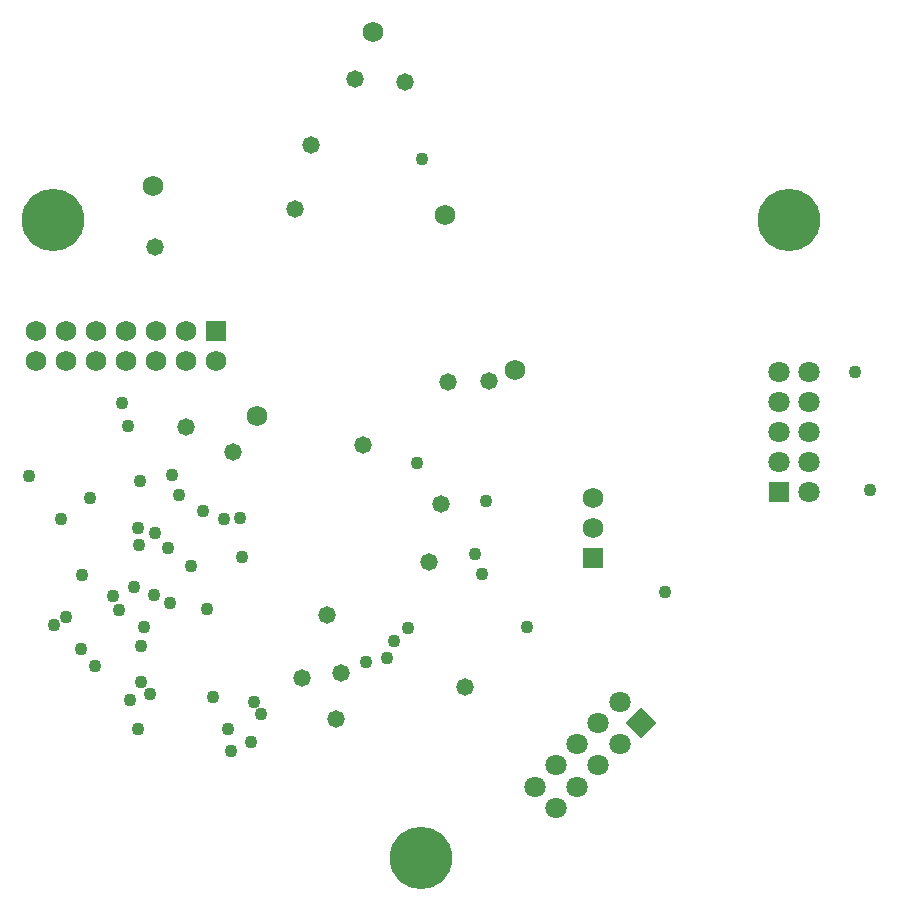
<source format=gbs>
%FSLAX25Y25*%
%MOIN*%
G70*
G01*
G75*
G04 Layer_Color=16711935*
G04:AMPARAMS|DCode=10|XSize=11.81mil|YSize=70.87mil|CornerRadius=0mil|HoleSize=0mil|Usage=FLASHONLY|Rotation=225.000|XOffset=0mil|YOffset=0mil|HoleType=Round|Shape=Round|*
%AMOVALD10*
21,1,0.05906,0.01181,0.00000,0.00000,315.0*
1,1,0.01181,-0.02088,0.02088*
1,1,0.01181,0.02088,-0.02088*
%
%ADD10OVALD10*%

G04:AMPARAMS|DCode=11|XSize=11.81mil|YSize=70.87mil|CornerRadius=0mil|HoleSize=0mil|Usage=FLASHONLY|Rotation=135.000|XOffset=0mil|YOffset=0mil|HoleType=Round|Shape=Round|*
%AMOVALD11*
21,1,0.05906,0.01181,0.00000,0.00000,225.0*
1,1,0.01181,0.02088,0.02088*
1,1,0.01181,-0.02088,-0.02088*
%
%ADD11OVALD11*%

G04:AMPARAMS|DCode=12|XSize=47.24mil|YSize=59.06mil|CornerRadius=11.81mil|HoleSize=0mil|Usage=FLASHONLY|Rotation=270.000|XOffset=0mil|YOffset=0mil|HoleType=Round|Shape=RoundedRectangle|*
%AMROUNDEDRECTD12*
21,1,0.04724,0.03543,0,0,270.0*
21,1,0.02362,0.05906,0,0,270.0*
1,1,0.02362,-0.01772,-0.01181*
1,1,0.02362,-0.01772,0.01181*
1,1,0.02362,0.01772,0.01181*
1,1,0.02362,0.01772,-0.01181*
%
%ADD12ROUNDEDRECTD12*%
G04:AMPARAMS|DCode=13|XSize=47.24mil|YSize=59.06mil|CornerRadius=11.81mil|HoleSize=0mil|Usage=FLASHONLY|Rotation=180.000|XOffset=0mil|YOffset=0mil|HoleType=Round|Shape=RoundedRectangle|*
%AMROUNDEDRECTD13*
21,1,0.04724,0.03543,0,0,180.0*
21,1,0.02362,0.05906,0,0,180.0*
1,1,0.02362,-0.01181,0.01772*
1,1,0.02362,0.01181,0.01772*
1,1,0.02362,0.01181,-0.01772*
1,1,0.02362,-0.01181,-0.01772*
%
%ADD13ROUNDEDRECTD13*%
%ADD14O,0.08661X0.02362*%
%ADD15R,0.03740X0.03543*%
%ADD16R,0.03740X0.03543*%
%ADD17R,0.06299X0.03937*%
%ADD18R,0.03543X0.03740*%
%ADD19R,0.03543X0.03740*%
%ADD20R,0.02362X0.05118*%
%ADD21R,0.10236X0.09449*%
%ADD22R,0.09449X0.10236*%
%ADD23R,0.07480X0.13386*%
%ADD24R,0.07874X0.05906*%
%ADD25R,0.02559X0.04331*%
%ADD26R,0.13386X0.07480*%
%ADD27C,0.01000*%
%ADD28C,0.03000*%
%ADD29C,0.02000*%
%ADD30R,0.06000X0.06000*%
%ADD31C,0.06000*%
%ADD32C,0.06299*%
%ADD33R,0.06299X0.06299*%
%ADD34R,0.06000X0.06000*%
%ADD35C,0.20000*%
%ADD36P,0.08908X4X270.0*%
%ADD37C,0.03543*%
%ADD38C,0.05000*%
%ADD39C,0.00984*%
%ADD40C,0.02362*%
%ADD41C,0.00787*%
%ADD42C,0.00500*%
%ADD43C,0.00800*%
%ADD44R,0.07874X0.01968*%
G04:AMPARAMS|DCode=45|XSize=19.81mil|YSize=78.87mil|CornerRadius=0mil|HoleSize=0mil|Usage=FLASHONLY|Rotation=225.000|XOffset=0mil|YOffset=0mil|HoleType=Round|Shape=Round|*
%AMOVALD45*
21,1,0.05906,0.01981,0.00000,0.00000,315.0*
1,1,0.01981,-0.02088,0.02088*
1,1,0.01981,0.02088,-0.02088*
%
%ADD45OVALD45*%

G04:AMPARAMS|DCode=46|XSize=19.81mil|YSize=78.87mil|CornerRadius=0mil|HoleSize=0mil|Usage=FLASHONLY|Rotation=135.000|XOffset=0mil|YOffset=0mil|HoleType=Round|Shape=Round|*
%AMOVALD46*
21,1,0.05906,0.01981,0.00000,0.00000,225.0*
1,1,0.01981,0.02088,0.02088*
1,1,0.01981,-0.02088,-0.02088*
%
%ADD46OVALD46*%

G04:AMPARAMS|DCode=47|XSize=55.24mil|YSize=67.06mil|CornerRadius=13.81mil|HoleSize=0mil|Usage=FLASHONLY|Rotation=270.000|XOffset=0mil|YOffset=0mil|HoleType=Round|Shape=RoundedRectangle|*
%AMROUNDEDRECTD47*
21,1,0.05524,0.03943,0,0,270.0*
21,1,0.02762,0.06706,0,0,270.0*
1,1,0.02762,-0.01972,-0.01381*
1,1,0.02762,-0.01972,0.01381*
1,1,0.02762,0.01972,0.01381*
1,1,0.02762,0.01972,-0.01381*
%
%ADD47ROUNDEDRECTD47*%
G04:AMPARAMS|DCode=48|XSize=55.24mil|YSize=67.06mil|CornerRadius=13.81mil|HoleSize=0mil|Usage=FLASHONLY|Rotation=180.000|XOffset=0mil|YOffset=0mil|HoleType=Round|Shape=RoundedRectangle|*
%AMROUNDEDRECTD48*
21,1,0.05524,0.03943,0,0,180.0*
21,1,0.02762,0.06706,0,0,180.0*
1,1,0.02762,-0.01381,0.01972*
1,1,0.02762,0.01381,0.01972*
1,1,0.02762,0.01381,-0.01972*
1,1,0.02762,-0.01381,-0.01972*
%
%ADD48ROUNDEDRECTD48*%
%ADD49O,0.09461X0.03162*%
%ADD50R,0.04540X0.04343*%
%ADD51R,0.04540X0.04343*%
%ADD52R,0.07099X0.04737*%
%ADD53R,0.04343X0.04540*%
%ADD54R,0.04343X0.04540*%
%ADD55R,0.03162X0.05918*%
%ADD56R,0.11036X0.10249*%
%ADD57R,0.10249X0.11036*%
%ADD58R,0.08280X0.14186*%
%ADD59R,0.08674X0.06706*%
%ADD60R,0.03359X0.05131*%
%ADD61R,0.14186X0.08280*%
%ADD62R,0.06800X0.06800*%
%ADD63C,0.06800*%
%ADD64C,0.07099*%
%ADD65R,0.07099X0.07099*%
%ADD66R,0.06800X0.06800*%
%ADD67C,0.20800*%
%ADD68P,0.10040X4X270.0*%
%ADD69C,0.04343*%
%ADD70C,0.05800*%
D62*
X1160000Y1163500D02*
D03*
D63*
Y1153500D02*
D03*
X1150000Y1163500D02*
D03*
Y1153500D02*
D03*
X1120000D02*
D03*
Y1163500D02*
D03*
X1130000Y1153500D02*
D03*
Y1163500D02*
D03*
X1100000Y1153500D02*
D03*
Y1163500D02*
D03*
X1110000Y1153500D02*
D03*
Y1163500D02*
D03*
X1140000D02*
D03*
Y1153500D02*
D03*
X1138834Y1212004D02*
D03*
X1212200Y1263400D02*
D03*
X1259700Y1150600D02*
D03*
X1236155Y1202345D02*
D03*
X1285500Y1098000D02*
D03*
Y1108000D02*
D03*
X1173600Y1135400D02*
D03*
D64*
X1357500Y1140000D02*
D03*
Y1110000D02*
D03*
Y1130000D02*
D03*
Y1120000D02*
D03*
Y1150000D02*
D03*
X1347500Y1140000D02*
D03*
Y1130000D02*
D03*
Y1120000D02*
D03*
Y1150000D02*
D03*
X1273258Y1004658D02*
D03*
X1294471Y1025871D02*
D03*
X1287400Y1018800D02*
D03*
X1280329Y1011729D02*
D03*
X1266187D02*
D03*
X1287400Y1032942D02*
D03*
X1280329Y1025871D02*
D03*
X1294471Y1040013D02*
D03*
X1273258Y1018800D02*
D03*
D65*
X1347500Y1110000D02*
D03*
D66*
X1285500Y1088000D02*
D03*
D67*
X1228244Y987902D02*
D03*
X1350988Y1200500D02*
D03*
X1105500D02*
D03*
D68*
X1301542Y1032942D02*
D03*
D69*
X1144600Y1073100D02*
D03*
X1167900Y1101200D02*
D03*
X1139500Y1096400D02*
D03*
X1139400Y1075600D02*
D03*
X1106100Y1065700D02*
D03*
X1246200Y1089300D02*
D03*
X1168500Y1088200D02*
D03*
X1151600Y1085200D02*
D03*
X1145386Y1115761D02*
D03*
X1127500Y1070500D02*
D03*
X1134400Y1092300D02*
D03*
X1157000Y1071000D02*
D03*
X1115000Y1057500D02*
D03*
X1164000Y1031000D02*
D03*
X1165000Y1023500D02*
D03*
X1159000Y1041500D02*
D03*
X1172500Y1040000D02*
D03*
X1119500Y1052000D02*
D03*
X1134500Y1113500D02*
D03*
X1097800Y1115300D02*
D03*
X1134000Y1031100D02*
D03*
X1110100Y1068300D02*
D03*
X1171500Y1026500D02*
D03*
X1378000Y1110500D02*
D03*
X1162500Y1101000D02*
D03*
X1155500Y1103500D02*
D03*
X1373000Y1150000D02*
D03*
X1134000Y1098000D02*
D03*
X1248500Y1082500D02*
D03*
X1147500Y1109000D02*
D03*
X1263500Y1065000D02*
D03*
X1227000Y1119500D02*
D03*
X1228500Y1221000D02*
D03*
X1250000Y1107000D02*
D03*
X1128500Y1139500D02*
D03*
X1130500Y1132000D02*
D03*
X1219250Y1060250D02*
D03*
X1224000Y1064500D02*
D03*
X1135000Y1046500D02*
D03*
X1132550Y1078150D02*
D03*
X1138000Y1042600D02*
D03*
X1134900Y1058700D02*
D03*
X1136100Y1065100D02*
D03*
X1131300Y1040600D02*
D03*
X1125700Y1075300D02*
D03*
X1115400Y1082140D02*
D03*
X1144036Y1091200D02*
D03*
X1309500Y1076600D02*
D03*
X1216900Y1054500D02*
D03*
X1210000Y1053300D02*
D03*
X1175000Y1036000D02*
D03*
X1118081Y1107981D02*
D03*
X1108400Y1101000D02*
D03*
D70*
X1230900Y1086700D02*
D03*
X1197100Y1068800D02*
D03*
X1201700Y1049700D02*
D03*
X1237200Y1146600D02*
D03*
X1250900Y1146800D02*
D03*
X1209100Y1125500D02*
D03*
X1165800Y1123200D02*
D03*
X1149900Y1131500D02*
D03*
X1242900Y1044900D02*
D03*
X1191700Y1225700D02*
D03*
X1139500Y1191700D02*
D03*
X1186300Y1204300D02*
D03*
X1235100Y1106100D02*
D03*
X1206200Y1247655D02*
D03*
X1222900Y1246700D02*
D03*
X1199900Y1034300D02*
D03*
X1188600Y1048000D02*
D03*
M02*

</source>
